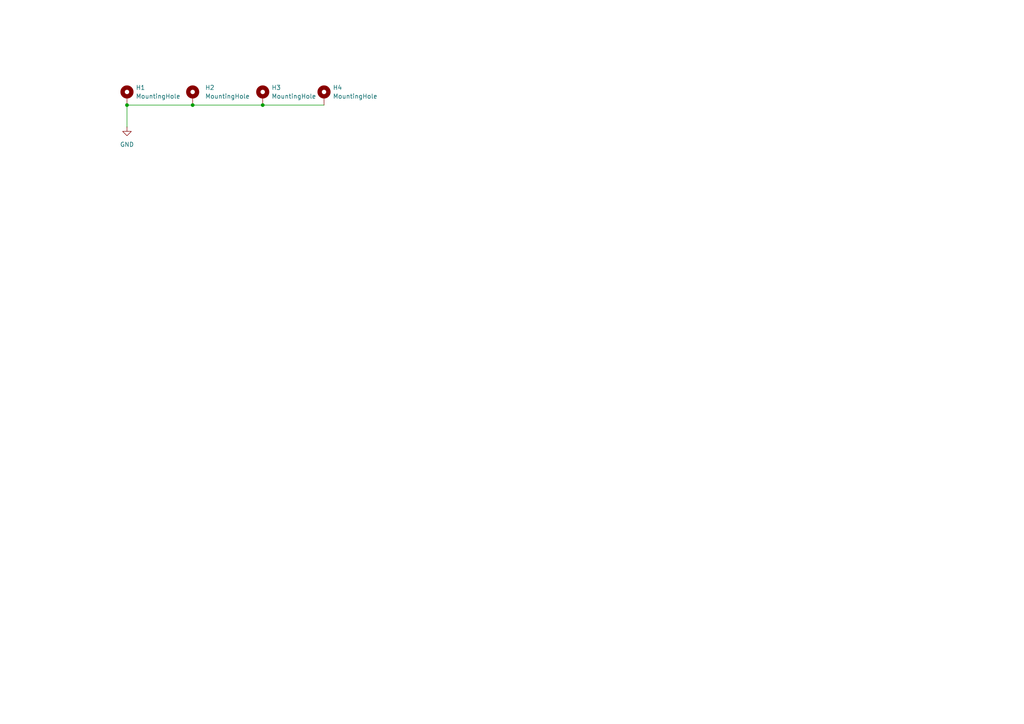
<source format=kicad_sch>
(kicad_sch (version 20250114) (generator "eeschema") (generator_version "9.0")
  (paper "A4")
  (lib_symbols
    (symbol "Mechanical:MountingHole_Pad" (pin_numbers (hide yes)) (pin_names (offset 1.016) (hide yes)) (in_bom no)
      (property "Reference" "H" (at 0 6.35 0))
      (property "Value" "MountingHole_Pad" (at 0 4.445 0))
      (symbol "MountingHole_Pad_0_1"
        (circle (center 0 1.27) (radius 1.27) (stroke (width 1.27)))
      )
      (symbol "MountingHole_Pad_1_1"
        (pin input line (at 0 -2.54 90) (length 2.54) (name "1") (number "1"))
      )
    )
    (symbol "power:GND" (power) (pin_numbers (hide yes)) (pin_names (offset 0) (hide yes))
      (property "Value" "GND" (at 0 -3.81 0))
      (symbol "GND_0_1"
        (polyline (pts (xy 0 0) (xy 0 -1.27) (xy 1.27 -1.27) (xy 0 -2.54) (xy -1.27 -1.27) (xy 0 -1.27)))
      )
      (symbol "GND_1_1"
        (pin power_in line (at 0 0 270) (length 0) (name "~") (number "1"))
      )
    )
  )
  (junction (at 55.88 30.48))
  (junction (at 36.83 30.48))
  (junction (at 76.2 30.48))
  (wire (pts (xy 36.83 30.48) (xy 36.83 36.83)))
  (wire (pts (xy 76.2 30.48) (xy 55.88 30.48)))
  (wire (pts (xy 93.98 30.48) (xy 76.2 30.48)))
  (wire (pts (xy 55.88 30.48) (xy 36.83 30.48)))
  (symbol (lib_id "Mechanical:MountingHole_Pad") (at 55.88 27.94 0) (unit 1) (in_bom no)
    (property "Reference" "H2" (at 59.4796 25.3999 0) (effects (justify left)))
    (property "Value" "MountingHole" (at 59.4796 27.9399 0) (effects (justify left)))
    (property "Footprint" "frontplate:SMTSO2020CTJ" (effects (hide yes)))
    (property "Description" "Mounting Hole with connection" (effects (hide yes)))
  )
  (symbol (lib_id "Mechanical:MountingHole_Pad") (at 93.98 27.94 0) (unit 1) (in_bom no)
    (property "Reference" "H4" (at 96.52 25.3999 0) (effects (justify left)))
    (property "Value" "MountingHole" (at 96.52 27.9399 0) (effects (justify left)))
    (property "Footprint" "frontplate:SMTSO2020CTJ" (effects (hide yes)))
    (property "Description" "Mounting Hole with connection" (effects (hide yes)))
  )
  (symbol (lib_id "Mechanical:MountingHole_Pad") (at 36.83 27.94 0) (unit 1) (in_bom no)
    (property "Reference" "H1" (at 39.37 25.3999 0) (effects (justify left)))
    (property "Value" "MountingHole" (at 39.37 27.9399 0) (effects (justify left)))
    (property "Footprint" "frontplate:SMTSO2020CTJ" (effects (hide yes)))
    (property "Description" "Mounting Hole with connection" (effects (hide yes)))
  )
  (symbol (lib_id "power:GND") (at 36.83 36.83 0) (unit 1)
    (property "Reference" "#PWR01" (effects (hide yes)))
    (property "Value" "GND" (at 36.83 41.91 0))
    (property "Description" "Power symbol creates a global label with name \"GND\" , ground" (effects (hide yes)))
  )
  (symbol (lib_id "Mechanical:MountingHole_Pad") (at 76.2 27.94 0) (unit 1) (in_bom no)
    (property "Reference" "H3" (at 78.74 25.3999 0) (effects (justify left)))
    (property "Value" "MountingHole" (at 78.74 27.9399 0) (effects (justify left)))
    (property "Footprint" "frontplate:SMTSO2020CTJ" (effects (hide yes)))
    (property "Description" "Mounting Hole with connection" (effects (hide yes)))
  )
)
</source>
